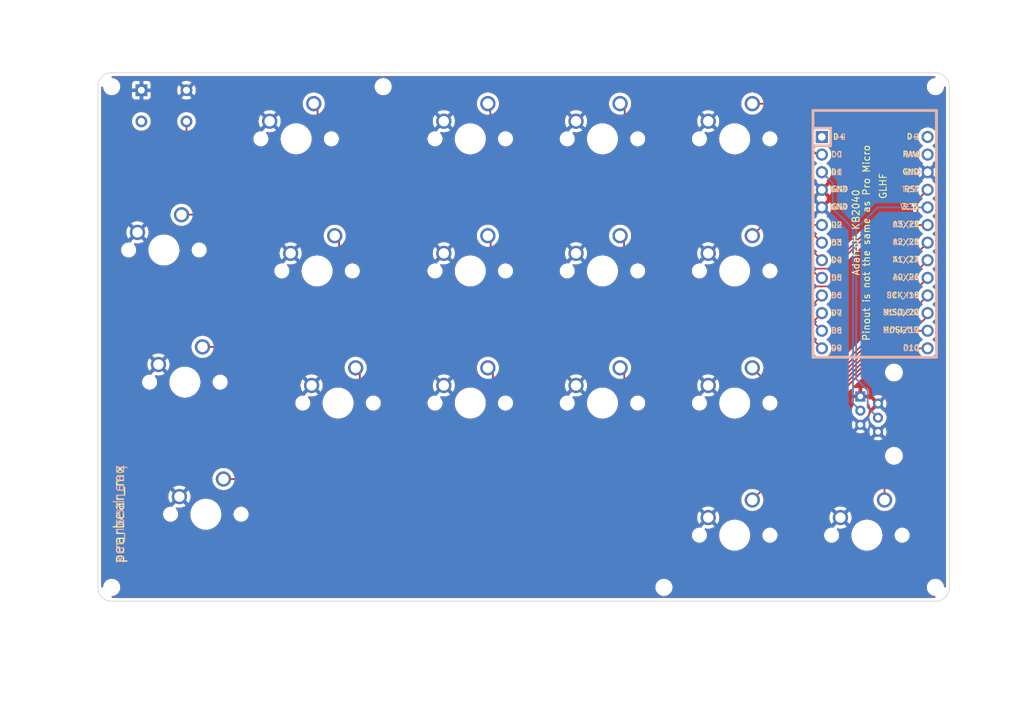
<source format=kicad_pcb>
(kicad_pcb (version 20240108) (generator "pcbnew") (generator_version "8.0")
  (title_block (title "pearbear_mx") (date "2024-10-22") (rev "1") (company "tomsadowski"))
  (layers (0 "F.Cu" jumper) (31 "B.Cu" signal) (34 "B.Paste" user) (35 "F.Paste" user) (36 "B.SilkS" user "B.Silkscreen") (37 "F.SilkS" user "F.Silkscreen") (38 "B.Mask" user) (39 "F.Mask" user) (44 "Edge.Cuts" user))
  (net 0 "")
  (net 1 "reset")
  (net 2 "gnd")
  (net 3 "vcc")
  (net 4 "Switch4")
  (net 5 "Switch5")
  (net 6 "Switch6")
  (net 7 "Switch7")
  (net 8 "Switch8")
  (net 9 "Switch9")
  (net 10 "Switch10")
  (net 11 "Switch11")
  (net 12 "Switch12")
  (net 13 "Switch13")
  (net 14 "Switch14")
  (net 15 "Switch15")
  (net 16 "Switch16")
  (net 17 "Switch17")
  (net 18 "raw")
  (net 19 "rjdata")
  (net 20 "Switch1")
  (net 21 "Switch2")
  (net 22 "Switch3")
  (footprint "pb_fp:SW_Cherry_MX" (layer "F.Cu") (at 162.28 87.86)
    (property "Reference" "SW9" (hide yes))
    (property "Value" "SW_Push" (hide yes))
  )
  (footprint "pb_fp:SW_Cherry_MX" (layer "F.Cu") (at 99.09 84.84)
    (property "Reference" "SW1" (hide yes))
    (property "Value" "SW_Push" (hide yes))
  )
  (footprint "pb_fp:MountingHole_M2_Screw" (layer "F.Cu") (at 91.565 61.285)
    (property "Reference" "REF**" (hide yes))
    (property "Value" "MountingHole_2mm_4mmdiameter_bare" (hide yes))
  )
  (footprint "pb_fp:RJ11_6P6C" (layer "F.Cu") (at 201.51 108.51 90)
    (property "Reference" "J1" (hide yes))
    (property "Value" "rj11" (hide yes))
  )
  (footprint "pb_fp:SW_Cherry_MX" (layer "F.Cu") (at 118.14 68.81)
    (property "Reference" "SW2" (hide yes))
    (property "Value" "SW_Push" (hide yes))
  )
  (footprint "pb_fp:MountingHole_M2_Screw" (layer "F.Cu") (at 210.255 133.485)
    (property "Reference" "REF**" (hide yes))
    (property "Value" "MountingHole_2mm_4mmdiameter_bare" (hide yes))
  )
  (footprint "pb_fp:SW_Cherry_MX" (layer "F.Cu") (at 143.23 68.81)
    (property "Reference" "SW3" (hide yes))
    (property "Value" "SW_Push" (hide yes))
  )
  (footprint "pb_fp:SW_Cherry_MX" (layer "F.Cu") (at 162.28 106.91)
    (property "Reference" "SW14" (hide yes))
    (property "Value" "SW_Push" (hide yes))
  )
  (footprint "pb_fp:MountingHole_M2_Screw" (layer "F.Cu") (at 130.685 61.285)
    (property "Reference" "REF**" (hide yes))
    (property "Value" "MountingHole_2mm_4mmdiameter_bare" (hide yes))
  )
  (footprint "pb_fp:SW_Cherry_MX" (layer "F.Cu") (at 105.13 122.94)
    (property "Reference" "SW11" (hide yes))
    (property "Value" "SW_Push" (hide yes))
  )
  (footprint "pb_fp:MountingHole_M2_Screw" (layer "F.Cu") (at 210.255 61.285)
    (property "Reference" "REF**" (hide yes))
    (property "Value" "MountingHole_2mm_4mmdiameter_bare" (hide yes))
  )
  (footprint "pb_fp:SW_Cherry_MX" (layer "F.Cu") (at 181.33 125.96)
    (property "Reference" "SW16" (hide yes))
    (property "Value" "SW_Push" (hide yes))
  )
  (footprint "pb_fp:SW_Cherry_MX" (layer "F.Cu") (at 181.33 68.81)
    (property "Reference" "SW5" (hide yes))
    (property "Value" "SW_Push" (hide yes))
  )
  (footprint "pb_fp:SW_TH_Tactile_Omron_B3F-10xx_reversible" (layer "F.Cu") (at 99.09 64.05)
    (property "Reference" "SW_Reset1" (hide yes))
    (property "Value" "SW_Push" (hide yes))
  )
  (footprint "pb_fp:SW_Cherry_MX" (layer "F.Cu") (at 181.33 106.91)
    (property "Reference" "SW15" (hide yes))
    (property "Value" "SW_Push" (hide yes))
  )
  (footprint "pb_fp:SW_Cherry_MX" (layer "F.Cu") (at 124.18 106.91)
    (property "Reference" "SW12" (hide yes))
    (property "Value" "SW_Push" (hide yes))
  )
  (footprint "pb_fp:SW_Cherry_MX" (layer "F.Cu") (at 143.23 106.91)
    (property "Reference" "SW13" (hide yes))
    (property "Value" "SW_Push" (hide yes))
  )
  (footprint "pb_fp:MountingHole_M2_Screw" (layer "F.Cu") (at 91.565 133.485)
    (property "Reference" "REF**" (hide yes))
    (property "Value" "MountingHole_2mm_4mmdiameter_bare" (hide yes))
  )
  (footprint "pb_fp:SW_Cherry_MX" (layer "F.Cu") (at 121.16 87.86)
    (property "Reference" "SW7" (hide yes))
    (property "Value" "SW_Push" (hide yes))
  )
  (footprint "pb_fp:SW_Cherry_MX" (layer "F.Cu") (at 102.11 103.89)
    (property "Reference" "SW6" (hide yes))
    (property "Value" "SW_Push" (hide yes))
  )
  (footprint "pb_fp:SW_Cherry_MX" (layer "F.Cu") (at 143.23 87.86)
    (property "Reference" "SW8" (hide yes))
    (property "Value" "SW_Push" (hide yes))
  )
  (footprint "pb_fp:kb2040" (layer "F.Cu") (at 201.51 82.51)
    (property "Reference" "U1" (hide yes))
    (property "Value" "ProMicro-kbd-rev" (hide yes))
  )
  (footprint "pb_fp:MountingHole_M2_Screw" (layer "F.Cu") (at 171.135 133.485)
    (property "Reference" "REF**" (hide yes))
    (property "Value" "MountingHole_2mm_4mmdiameter_bare" (hide yes))
  )
  (footprint "pb_fp:SW_Cherry_MX" (layer "F.Cu") (at 200.38 125.96)
    (property "Reference" "SW17" (hide yes))
    (property "Value" "SW_Push" (hide yes))
  )
  (footprint "pb_fp:SW_Cherry_MX" (layer "F.Cu") (at 181.33 87.86)
    (property "Reference" "SW10" (hide yes))
    (property "Value" "SW_Push" (hide yes))
  )
  (footprint "pb_fp:SW_Cherry_MX" (layer "F.Cu") (at 162.28 68.81)
    (property "Reference" "SW4" (hide yes))
    (property "Value" "SW_Push" (hide yes))
  )
  (gr_line (start 210.255 59.285) (end 91.565 59.285) (stroke (width 0.1)) (layer "Edge.Cuts"))
  (gr_line (start 212.255 133.485) (end 212.255 61.285) (stroke (width 0.1)) (layer "Edge.Cuts"))
  (gr_line (start 210.255 135.485) (end 91.565 135.485) (stroke (width 0.1)) (layer "Edge.Cuts"))
  (gr_arc (start 210.255 59.285) (mid 211.669214 59.870786) (end 212.255 61.285) (stroke (width 0.1)) (layer "Edge.Cuts"))
  (gr_arc (start 91.565 135.485) (mid 90.150786 134.899214) (end 89.565 133.485) (stroke (width 0.1)) (layer "Edge.Cuts"))
  (gr_line (start 89.565 61.285) (end 89.565 133.485) (stroke (width 0.1)) (layer "Edge.Cuts"))
  (gr_arc (start 212.255 133.485) (mid 211.669214 134.899214) (end 210.255 135.485) (stroke (width 0.1)) (layer "Edge.Cuts"))
  (gr_arc (start 89.565 61.285) (mid 90.150786 59.870786) (end 91.565 59.285) (stroke (width 0.1)) (layer "Edge.Cuts"))
  (gr_text "pearbear_mx" (at 92.59 122.94 90) (layer "B.SilkS") (effects (font (size 1.5 1.5) (thickness 0.1875)) (justify mirror)))
  (gr_text "pearbear_mx" (at 92.59 122.94 90) (layer "F.SilkS") (effects (font (size 1.5 1.5) (thickness 0.1875))))
  (segment (start 201.65 80.79) (end 194.9187 87.5213) (width 0.25) (layer "F.Cu") (net 1))
  (segment (start 192.897696 87.5213) (end 191.95 86.573604) (width 0.25) (layer "F.Cu") (net 1))
  (segment (start 191.95 86.573604) (end 191.95 83.112792) (width 0.25) (layer "F.Cu") (net 1))
  (segment (start 206.96 80.79) (end 201.65 80.79) (width 0.25) (layer "F.Cu") (net 1))
  (segment (start 191.95 83.112792) (end 186.527208 77.69) (width 0.25) (layer "F.Cu") (net 1))
  (segment (start 209.13 76.16) (end 207.67 77.62) (width 0.25) (layer "F.Cu") (net 1))
  (segment (start 186.527208 77.69) (end 107.09 77.69) (width 0.25) (layer "F.Cu") (net 1))
  (segment (start 102.34 72.94) (end 102.34 66.3) (width 0.25) (layer "F.Cu") (net 1))
  (segment (start 107.09 77.69) (end 102.34 72.94) (width 0.25) (layer "F.Cu") (net 1))
  (segment (start 207.67 80.08) (end 206.96 80.79) (width 0.25) (layer "F.Cu") (net 1))
  (segment (start 194.9187 87.5213) (end 192.897696 87.5213) (width 0.25) (layer "F.Cu") (net 1))
  (segment (start 207.67 77.62) (end 207.67 80.08) (width 0.25) (layer "F.Cu") (net 1))
  (segment (start 200.495 105.085) (end 200.495 107.535) (width 0.25) (layer "B.Cu") (net 3))
  (segment (start 198.835 103.425) (end 200.495 105.085) (width 0.25) (layer "B.Cu") (net 3))
  (segment (start 200.495 107.535) (end 201.98 109.02) (width 0.25) (layer "B.Cu") (net 3))
  (segment (start 209.13 78.7) (end 201.93 78.7) (width 0.25) (layer "B.Cu") (net 3))
  (segment (start 198.835 81.795) (end 198.835 103.425) (width 0.25) (layer "B.Cu") (net 3))
  (segment (start 201.93 78.7) (end 198.835 81.795) (width 0.25) (layer "B.Cu") (net 3))
  (segment (start 187.086396 76.34) (end 168.22 76.34) (width 0.25) (layer "F.Cu") (net 4))
  (segment (start 191.986396 81.24) (end 187.086396 76.34) (width 0.25) (layer "F.Cu") (net 4))
  (segment (start 193.89 81.24) (end 191.986396 81.24) (width 0.25) (layer "F.Cu") (net 4))
  (segment (start 165.48 64.39) (end 164.82 63.73) (width 0.25) (layer "F.Cu") (net 4))
  (segment (start 168.22 76.34) (end 165.48 73.6) (width 0.25) (layer "F.Cu") (net 4))
  (segment (start 165.48 73.6) (end 165.48 64.39) (width 0.25) (layer "F.Cu") (net 4))
  (segment (start 183.89 63.75) (end 183.87 63.73) (width 0.25) (layer "F.Cu") (net 5))
  (segment (start 193.89 71.08) (end 193.16 71.08) (width 0.25) (layer "F.Cu") (net 5))
  (segment (start 185.83 63.75) (end 183.89 63.75) (width 0.25) (layer "F.Cu") (net 5))
  (segment (start 193.16 71.08) (end 185.83 63.75) (width 0.25) (layer "F.Cu") (net 5))
  (segment (start 193.89 99.02) (end 190.77 95.9) (width 0.25) (layer "F.Cu") (net 6))
  (segment (start 127.74 95.9) (end 124.83 98.81) (width 0.25) (layer "F.Cu") (net 6))
  (segment (start 190.77 95.9) (end 127.74 95.9) (width 0.25) (layer "F.Cu") (net 6))
  (segment (start 124.83 98.81) (end 104.65 98.81) (width 0.25) (layer "F.Cu") (net 6))
  (segment (start 193.89 96.48) (end 192.86 95.45) (width 0.25) (layer "F.Cu") (net 7))
  (segment (start 192.86 95.45) (end 127.79 95.45) (width 0.25) (layer "F.Cu") (net 7))
  (segment (start 124.33 91.99) (end 124.33 83.41) (width 0.25) (layer "F.Cu") (net 7))
  (segment (start 127.79 95.45) (end 124.33 91.99) (width 0.25) (layer "F.Cu") (net 7))
  (segment (start 124.33 83.41) (end 123.7 82.78) (width 0.25) (layer "F.Cu") (net 7))
  (segment (start 192.83 95) (end 148.57 95) (width 0.25) (layer "F.Cu") (net 8))
  (segment (start 148.57 95) (end 146.17 92.6) (width 0.25) (layer "F.Cu") (net 8))
  (segment (start 146.17 83.18) (end 145.77 82.78) (width 0.25) (layer "F.Cu") (net 8))
  (segment (start 193.89 93.94) (end 192.83 95) (width 0.25) (layer "F.Cu") (net 8))
  (segment (start 146.17 92.6) (end 146.17 83.18) (width 0.25) (layer "F.Cu") (net 8))
  (segment (start 193.89 91.4) (end 190.74 94.55) (width 0.25) (layer "F.Cu") (net 9))
  (segment (start 165.39 83.35) (end 164.82 82.78) (width 0.25) (layer "F.Cu") (net 9))
  (segment (start 190.74 94.55) (end 168.15 94.55) (width 0.25) (layer "F.Cu") (net 9))
  (segment (start 165.39 91.79) (end 165.39 83.35) (width 0.25) (layer "F.Cu") (net 9))
  (segment (start 168.15 94.55) (end 165.39 91.79) (width 0.25) (layer "F.Cu") (net 9))
  (segment (start 188.734416 81.17) (end 185.48 81.17) (width 0.25) (layer "F.Cu") (net 10))
  (segment (start 185.48 81.17) (end 183.87 82.78) (width 0.25) (layer "F.Cu") (net 10))
  (segment (start 191.05 86.946396) (end 191.05 83.485584) (width 0.25) (layer "F.Cu") (net 10))
  (segment (start 191.05 83.485584) (end 188.734416 81.17) (width 0.25) (layer "F.Cu") (net 10))
  (segment (start 209.13 81.24) (end 201.836396 81.24) (width 0.25) (layer "F.Cu") (net 10))
  (segment (start 195.24 89.67) (end 194.82 90.09) (width 0.25) (layer "F.Cu") (net 10))
  (segment (start 194.82 90.09) (end 193.11 90.09) (width 0.25) (layer "F.Cu") (net 10))
  (segment (start 195.24 87.836396) (end 195.24 89.67) (width 0.25) (layer "F.Cu") (net 10))
  (segment (start 201.836396 81.24) (end 195.24 87.836396) (width 0.25) (layer "F.Cu") (net 10))
  (segment (start 193.11 90.09) (end 192.32 89.3) (width 0.25) (layer "F.Cu") (net 10))
  (segment (start 192.32 88.216396) (end 191.05 86.946396) (width 0.25) (layer "F.Cu") (net 10))
  (segment (start 192.32 89.3) (end 192.32 88.216396) (width 0.25) (layer "F.Cu") (net 10))
  (segment (start 201.545584 99.23) (end 196.18 104.595584) (width 0.25) (layer "F.Cu") (net 11))
  (segment (start 209.13 93.94) (end 209.13 94.37) (width 0.25) (layer "F.Cu") (net 11))
  (segment (start 204.27 99.23) (end 201.545584 99.23) (width 0.25) (layer "F.Cu") (net 11))
  (segment (start 196.18 112.32) (end 190.64 117.86) (width 0.25) (layer "F.Cu") (net 11))
  (segment (start 190.64 117.86) (end 107.67 117.86) (width 0.25) (layer "F.Cu") (net 11))
  (segment (start 196.18 104.595584) (end 196.18 112.32) (width 0.25) (layer "F.Cu") (net 11))
  (segment (start 209.13 94.37) (end 204.27 99.23) (width 0.25) (layer "F.Cu") (net 11))
  (segment (start 209.13 91.4) (end 207.43 93.1) (width 0.25) (layer "F.Cu") (net 12))
  (segment (start 127.31 102.42) (end 126.72 101.83) (width 0.25) (layer "F.Cu") (net 12))
  (segment (start 201.359188 98.78) (end 195.73 104.409188) (width 0.25) (layer "F.Cu") (net 12))
  (segment (start 190.453604 117.41) (end 131.9 117.41) (width 0.25) (layer "F.Cu") (net 12))
  (segment (start 195.73 112.133604) (end 190.453604 117.41) (width 0.25) (layer "F.Cu") (net 12))
  (segment (start 127.31 112.82) (end 127.31 102.42) (width 0.25) (layer "F.Cu") (net 12))
  (segment (start 131.9 117.41) (end 127.31 112.82) (width 0.25) (layer "F.Cu") (net 12))
  (segment (start 207.43 93.1) (end 207.43 95.433604) (width 0.25) (layer "F.Cu") (net 12))
  (segment (start 207.43 95.433604) (end 204.083604 98.78) (width 0.25) (layer "F.Cu") (net 12))
  (segment (start 195.73 104.409188) (end 195.73 112.133604) (width 0.25) (layer "F.Cu") (net 12))
  (segment (start 204.083604 98.78) (end 201.359188 98.78) (width 0.25) (layer "F.Cu") (net 12))
  (segment (start 203.897208 98.33) (end 201.172792 98.33) (width 0.25) (layer "F.Cu") (net 13))
  (segment (start 195.28 111.947208) (end 190.267208 116.96) (width 0.25) (layer "F.Cu") (net 13))
  (segment (start 195.28 104.222792) (end 195.28 111.947208) (width 0.25) (layer "F.Cu") (net 13))
  (segment (start 207.51 92.383604) (end 206.98 92.913604) (width 0.25) (layer "F.Cu") (net 13))
  (segment (start 207.51 90.48) (end 207.51 92.383604) (width 0.25) (layer "F.Cu") (net 13))
  (segment (start 152.13 116.96) (end 146.49 111.32) (width 0.25) (layer "F.Cu") (net 13))
  (segment (start 190.267208 116.96) (end 152.13 116.96) (width 0.25) (layer "F.Cu") (net 13))
  (segment (start 209.13 88.86) (end 207.51 90.48) (width 0.25) (layer "F.Cu") (net 13))
  (segment (start 206.98 92.913604) (end 206.98 95.247208) (width 0.25) (layer "F.Cu") (net 13))
  (segment (start 206.98 95.247208) (end 203.897208 98.33) (width 0.25) (layer "F.Cu") (net 13))
  (segment (start 146.49 102.55) (end 145.77 101.83) (width 0.25) (layer "F.Cu") (net 13))
  (segment (start 201.172792 98.33) (end 195.28 104.222792) (width 0.25) (layer "F.Cu") (net 13))
  (segment (start 146.49 111.32) (end 146.49 102.55) (width 0.25) (layer "F.Cu") (net 13))
  (segment (start 203.710812 97.88) (end 200.986396 97.88) (width 0.25) (layer "F.Cu") (net 14))
  (segment (start 206.53 95.060812) (end 203.710812 97.88) (width 0.25) (layer "F.Cu") (net 14))
  (segment (start 194.83 104.036396) (end 194.83 111.760812) (width 0.25) (layer "F.Cu") (net 14))
  (segment (start 206.53 92.727208) (end 206.53 95.060812) (width 0.25) (layer "F.Cu") (net 14))
  (segment (start 170.49 116.51) (end 165.42 111.44) (width 0.25) (layer "F.Cu") (net 14))
  (segment (start 194.83 111.760812) (end 190.080812 116.51) (width 0.25) (layer "F.Cu") (net 14))
  (segment (start 190.080812 116.51) (end 170.49 116.51) (width 0.25) (layer "F.Cu") (net 14))
  (segment (start 165.42 102.43) (end 164.82 101.83) (width 0.25) (layer "F.Cu") (net 14))
  (segment (start 165.42 111.44) (end 165.42 102.43) (width 0.25) (layer "F.Cu") (net 14))
  (segment (start 200.986396 97.88) (end 194.83 104.036396) (width 0.25) (layer "F.Cu") (net 14))
  (segment (start 207.06 88.39) (end 207.06 92.197208) (width 0.25) (layer "F.Cu") (net 14))
  (segment (start 209.13 86.32) (end 207.06 88.39) (width 0.25) (layer "F.Cu") (net 14))
  (segment (start 207.06 92.197208) (end 206.53 92.727208) (width 0.25) (layer "F.Cu") (net 14))
  (segment (start 206.08 92.540812) (end 206.08 94.874416) (width 0.25) (layer "F.Cu") (net 15))
  (segment (start 209.13 83.78) (end 206.61 86.3) (width 0.25) (layer "F.Cu") (net 15))
  (segment (start 206.61 86.3) (end 206.61 92.010812) (width 0.25) (layer "F.Cu") (net 15))
  (segment (start 206.61 92.010812) (end 206.08 92.540812) (width 0.25) (layer "F.Cu") (net 15))
  (segment (start 200.8 97.43) (end 194.5 103.73) (width 0.25) (layer "F.Cu") (net 15))
  (segment (start 206.08 94.874416) (end 203.524416 97.43) (width 0.25) (layer "F.Cu") (net 15))
  (segment (start 194.5 103.73) (end 185.77 103.73) (width 0.25) (layer "F.Cu") (net 15))
  (segment (start 185.77 103.73) (end 183.87 101.83) (width 0.25) (layer "F.Cu") (net 15))
  (segment (start 203.524416 97.43) (end 200.8 97.43) (width 0.25) (layer "F.Cu") (net 15))
  (segment (start 201.73198 99.68) (end 196.63 104.78198) (width 0.25) (layer "F.Cu") (net 16))
  (segment (start 207.656396 96.48) (end 204.456396 99.68) (width 0.25) (layer "F.Cu") (net 16))
  (segment (start 183.87 120.87) (end 183.87 120.88) (width 0.25) (layer "F.Cu") (net 16))
  (segment (start 204.456396 99.68) (end 201.73198 99.68) (width 0.25) (layer "F.Cu") (net 16))
  (segment (start 186.43 118.31) (end 183.87 120.87) (width 0.25) (layer "F.Cu") (net 16))
  (segment (start 209.13 96.48) (end 207.656396 96.48) (width 0.25) (layer "F.Cu") (net 16))
  (segment (start 190.826396 118.31) (end 186.43 118.31) (width 0.25) (layer "F.Cu") (net 16))
  (segment (start 196.63 112.506396) (end 190.826396 118.31) (width 0.25) (layer "F.Cu") (net 16))
  (segment (start 196.63 104.78198) (end 196.63 112.506396) (width 0.25) (layer "F.Cu") (net 16))
  (segment (start 197.08 112.59) (end 202.92 118.43) (width 0.25) (layer "F.Cu") (net 17))
  (segment (start 197.08 104.968376) (end 197.08 112.59) (width 0.25) (layer "F.Cu") (net 17))
  (segment (start 202.92 118.43) (end 202.92 120.88) (width 0.25) (layer "F.Cu") (net 17))
  (segment (start 209.13 99.02) (end 205.752792 99.02) (width 0.25) (layer "F.Cu") (net 17))
  (segment (start 204.642792 100.13) (end 201.918376 100.13) (width 0.25) (layer "F.Cu") (net 17))
  (segment (start 205.752792 99.02) (end 204.642792 100.13) (width 0.25) (layer "F.Cu") (net 17))
  (segment (start 201.918376 100.13) (end 197.08 104.968376) (width 0.25) (layer "F.Cu") (net 17))
  (segment (start 195.45 78.84) (end 198.385 81.775) (width 0.25) (layer "B.Cu") (net 19))
  (segment (start 195.45 75.18) (end 195.45 78.84) (width 0.25) (layer "B.Cu") (net 19))
  (segment (start 198.385 106.945) (end 199.44 108) (width 0.25) (layer "B.Cu") (net 19))
  (segment (start 198.385 81.775) (end 198.385 106.945) (width 0.25) (layer "B.Cu") (net 19))
  (segment (start 193.89 73.62) (end 195.45 75.18) (width 0.25) (layer "B.Cu") (net 19))
  (segment (start 191.5 86.76) (end 191.5 83.299188) (width 0.25) (layer "F.Cu") (net 20))
  (segment (start 107.22 78.14) (end 105.62 79.74) (width 0.25) (layer "F.Cu") (net 20))
  (segment (start 193.6 88.86) (end 191.5 86.76) (width 0.25) (layer "F.Cu") (net 20))
  (segment (start 105.62 79.74) (end 101.65 79.74) (width 0.25) (layer "F.Cu") (net 20))
  (segment (start 101.65 79.74) (end 101.63 79.76) (width 0.25) (layer "F.Cu") (net 20))
  (segment (start 191.5 83.299188) (end 186.340812 78.14) (width 0.25) (layer "F.Cu") (net 20))
  (segment (start 193.89 88.86) (end 193.6 88.86) (width 0.25) (layer "F.Cu") (net 20))
  (segment (start 186.340812 78.14) (end 107.22 78.14) (width 0.25) (layer "F.Cu") (net 20))
  (segment (start 186.713604 77.24) (end 125.04 77.24) (width 0.25) (layer "F.Cu") (net 21))
  (segment (start 125.04 77.24) (end 121.23 73.43) (width 0.25) (layer "F.Cu") (net 21))
  (segment (start 192.4 84.83) (end 192.4 82.926396) (width 0.25) (layer "F.Cu") (net 21))
  (segment (start 192.4 82.926396) (end 186.713604 77.24) (width 0.25) (layer "F.Cu") (net 21))
  (segment (start 121.23 73.43) (end 121.23 64.28) (width 0.25) (layer "F.Cu") (net 21))
  (segment (start 121.23 64.28) (end 120.68 63.73) (width 0.25) (layer "F.Cu") (net 21))
  (segment (start 193.89 86.32) (end 192.4 84.83) (width 0.25) (layer "F.Cu") (net 21))
  (segment (start 193.89 83.78) (end 186.9 76.79) (width 0.25) (layer "F.Cu") (net 22))
  (segment (start 146.12 73.24) (end 146.12 64.08) (width 0.25) (layer "F.Cu") (net 22))
  (segment (start 146.12 64.08) (end 145.77 63.73) (width 0.25) (layer "F.Cu") (net 22))
  (segment (start 149.67 76.79) (end 146.12 73.24) (width 0.25) (layer "F.Cu") (net 22))
  (segment (start 186.9 76.79) (end 149.67 76.79) (width 0.25) (layer "F.Cu") (net 22))
  (zone (net 2) (net_name "gnd") (layer "F.Cu") (connect_pads (clearance 0.508)) (min_thickness 0.254) (fill yes (thermal_gap 0.508) (thermal_bridge_width 0.508))
    (polygon (pts (xy 222.420166 49.236152) (xy 222.410166 152.926152) (xy 75.880166 153.016152) (xy 75.890166 49.326152)))
  )
  (zone (net 2) (net_name "gnd") (layer "F.Cu") (connect_pads (clearance 0.508)) (min_thickness 0.254) (fill yes (thermal_gap 0.508) (thermal_bridge_width 0.508))
    (polygon (pts (xy 223.030166 49.021774) (xy 223.030166 153.751774) (xy 75.470166 153.521774) (xy 75.470166 48.791774)))
  )
  (zone (net 2) (net_name "gnd") (layer "B.Cu") (connect_pads (clearance 0.508)) (min_thickness 0.254) (fill yes (thermal_gap 0.508) (thermal_bridge_width 0.508))
    (polygon (pts (xy 222.240166 151.511805) (xy 221.180166 49.491805) (xy 76.940166 49.771805) (xy 78.000166 151.791805)))
  )
  (zone (net 2) (net_name "gnd") (layer "B.Cu") (connect_pads (clearance 0.508)) (min_thickness 0.254) (fill yes (thermal_gap 0.508) (thermal_bridge_width 0.508))
    (polygon (pts (xy 221.070166 152.411411) (xy 221.180166 50.581411) (xy 76.430166 50.461411) (xy 76.320166 152.291411)))
  )
)
</source>
